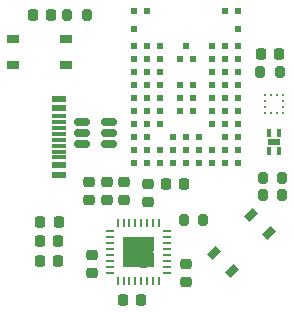
<source format=gtp>
G04 #@! TF.GenerationSoftware,KiCad,Pcbnew,8.0.6*
G04 #@! TF.CreationDate,2025-07-21T23:48:44+02:00*
G04 #@! TF.ProjectId,nRF5340,6e524635-3334-4302-9e6b-696361645f70,rev?*
G04 #@! TF.SameCoordinates,Original*
G04 #@! TF.FileFunction,Paste,Top*
G04 #@! TF.FilePolarity,Positive*
%FSLAX46Y46*%
G04 Gerber Fmt 4.6, Leading zero omitted, Abs format (unit mm)*
G04 Created by KiCad (PCBNEW 8.0.6) date 2025-07-21 23:48:44*
%MOMM*%
%LPD*%
G01*
G04 APERTURE LIST*
G04 Aperture macros list*
%AMRoundRect*
0 Rectangle with rounded corners*
0 $1 Rounding radius*
0 $2 $3 $4 $5 $6 $7 $8 $9 X,Y pos of 4 corners*
0 Add a 4 corners polygon primitive as box body*
4,1,4,$2,$3,$4,$5,$6,$7,$8,$9,$2,$3,0*
0 Add four circle primitives for the rounded corners*
1,1,$1+$1,$2,$3*
1,1,$1+$1,$4,$5*
1,1,$1+$1,$6,$7*
1,1,$1+$1,$8,$9*
0 Add four rect primitives between the rounded corners*
20,1,$1+$1,$2,$3,$4,$5,0*
20,1,$1+$1,$4,$5,$6,$7,0*
20,1,$1+$1,$6,$7,$8,$9,0*
20,1,$1+$1,$8,$9,$2,$3,0*%
%AMRotRect*
0 Rectangle, with rotation*
0 The origin of the aperture is its center*
0 $1 length*
0 $2 width*
0 $3 Rotation angle, in degrees counterclockwise*
0 Add horizontal line*
21,1,$1,$2,0,0,$3*%
G04 Aperture macros list end*
%ADD10C,0.000000*%
%ADD11RoundRect,0.200000X-0.200000X-0.275000X0.200000X-0.275000X0.200000X0.275000X-0.200000X0.275000X0*%
%ADD12R,0.254000X0.279400*%
%ADD13R,0.279400X0.254000*%
%ADD14RoundRect,0.225000X0.250000X-0.225000X0.250000X0.225000X-0.250000X0.225000X-0.250000X-0.225000X0*%
%ADD15RoundRect,0.225000X-0.225000X-0.250000X0.225000X-0.250000X0.225000X0.250000X-0.225000X0.250000X0*%
%ADD16RoundRect,0.218750X0.218750X0.256250X-0.218750X0.256250X-0.218750X-0.256250X0.218750X-0.256250X0*%
%ADD17R,0.990600X0.711200*%
%ADD18RoundRect,0.200000X0.200000X0.275000X-0.200000X0.275000X-0.200000X-0.275000X0.200000X-0.275000X0*%
%ADD19R,0.600000X0.600000*%
%ADD20RoundRect,0.150000X-0.512500X-0.150000X0.512500X-0.150000X0.512500X0.150000X-0.512500X0.150000X0*%
%ADD21RoundRect,0.225000X-0.250000X0.225000X-0.250000X-0.225000X0.250000X-0.225000X0.250000X0.225000X0*%
%ADD22RotRect,0.990600X0.711200X225.000000*%
%ADD23R,0.254000X0.762000*%
%ADD24R,0.762000X0.254000*%
%ADD25R,2.606800X2.606800*%
%ADD26R,1.150000X0.600000*%
%ADD27R,1.150000X0.300000*%
%ADD28R,0.304800X0.711200*%
%ADD29R,1.092200X0.508000*%
%ADD30RoundRect,0.218750X-0.218750X-0.256250X0.218750X-0.256250X0.218750X0.256250X-0.218750X0.256250X0*%
%ADD31RoundRect,0.225000X0.225000X0.250000X-0.225000X0.250000X-0.225000X-0.250000X0.225000X-0.250000X0*%
G04 APERTURE END LIST*
D10*
G36*
X149790000Y-134874301D02*
G01*
X148596600Y-134877701D01*
X148590000Y-133684301D01*
X149800000Y-133674299D01*
X149790000Y-134874301D01*
G37*
G36*
X149800002Y-133474301D02*
G01*
X148600000Y-133474301D01*
X148596600Y-132270901D01*
X149800000Y-132270901D01*
X149800002Y-133474301D01*
G37*
G36*
X151203400Y-132270901D02*
G01*
X151200000Y-133474300D01*
X150000000Y-133474303D01*
X150000000Y-132264301D01*
X151203400Y-132270901D01*
G37*
G36*
X151200000Y-133684301D02*
G01*
X151203400Y-134877701D01*
X150000001Y-134884301D01*
X149999998Y-133674301D01*
X151200000Y-133684301D01*
G37*
D11*
X160425000Y-128725000D03*
X162075000Y-128725000D03*
D12*
X160649999Y-121762000D03*
X161150001Y-121762000D03*
X161650000Y-121762001D03*
X162150000Y-121762000D03*
D13*
X162162000Y-121249999D03*
X162162001Y-120750000D03*
D12*
X162150001Y-120238000D03*
X161649999Y-120238000D03*
X161150000Y-120237999D03*
X160650000Y-120238000D03*
D13*
X160638000Y-120750001D03*
X160637999Y-121250000D03*
D14*
X146000000Y-135375001D03*
X146000000Y-133824999D03*
D15*
X152224999Y-127825000D03*
X153775001Y-127825000D03*
D16*
X143162502Y-131000001D03*
X141587498Y-130999999D03*
D17*
X143775001Y-117724999D03*
X139274998Y-117724999D03*
X143775002Y-115575001D03*
X139274999Y-115575001D03*
D18*
X145550000Y-113525000D03*
X143900000Y-113525000D03*
D14*
X148725000Y-129150000D03*
X148725000Y-127600000D03*
D19*
X158349999Y-126049999D03*
X157250001Y-126050000D03*
X156150000Y-126049999D03*
X155050000Y-126050000D03*
X153949999Y-126050001D03*
X152850000Y-126050000D03*
X151749999Y-126050001D03*
X150650000Y-126050001D03*
X149549999Y-126050000D03*
X158350000Y-124950000D03*
X157250000Y-124950001D03*
X156150000Y-124950000D03*
X155050000Y-124950001D03*
X153950000Y-124950000D03*
X152849999Y-124950001D03*
X151750000Y-124950000D03*
X150650000Y-124949999D03*
X149550000Y-124950000D03*
X158349999Y-123850000D03*
X157250002Y-123850000D03*
X155050000Y-123850000D03*
X153949999Y-123850001D03*
X152850000Y-123850000D03*
X150650000Y-123850002D03*
X149549999Y-123850000D03*
X158350000Y-122750000D03*
X157250000Y-122750000D03*
X156150000Y-122750000D03*
X151750000Y-122750000D03*
X150650001Y-122750000D03*
X149550000Y-122750000D03*
X158350001Y-121650001D03*
X157250000Y-121650000D03*
X156150000Y-121650001D03*
X154500000Y-121650000D03*
X153400000Y-121650000D03*
X151750000Y-121650000D03*
X150650000Y-121650000D03*
X149549999Y-121650000D03*
X158350000Y-120550000D03*
X157250001Y-120550001D03*
X156150000Y-120550000D03*
X154499999Y-120550001D03*
X153400001Y-120549999D03*
X151750000Y-120550000D03*
X150649999Y-120549999D03*
X149550000Y-120550000D03*
X158350001Y-119450000D03*
X157250000Y-119450000D03*
X156150000Y-119450000D03*
X154500000Y-119450000D03*
X153400000Y-119450000D03*
X151750000Y-119449999D03*
X150650000Y-119450000D03*
X149549999Y-119449999D03*
X158350000Y-118350000D03*
X157249999Y-118350000D03*
X156150000Y-118350000D03*
X151750000Y-118350000D03*
X150650000Y-118350000D03*
X149550000Y-118350000D03*
X158350001Y-117250000D03*
X157250000Y-117249998D03*
X156150000Y-117250000D03*
X154500000Y-117250000D03*
X153400000Y-117250000D03*
X151750000Y-117250001D03*
X150649998Y-117250000D03*
X149550001Y-117250000D03*
X158350000Y-116150000D03*
X157250000Y-116150001D03*
X156150000Y-116150000D03*
X153950000Y-116150000D03*
X151750000Y-116150000D03*
X150650000Y-116149999D03*
X149550000Y-116150000D03*
X158350000Y-114650000D03*
X149549999Y-114650000D03*
X158350000Y-113150000D03*
X157250000Y-113150000D03*
X150650000Y-113150000D03*
X149550000Y-113150000D03*
D14*
X147250000Y-129150000D03*
X147250000Y-127600000D03*
D20*
X145137500Y-122525000D03*
X145137500Y-123475000D03*
X145137500Y-124425000D03*
X147412500Y-124425000D03*
X147412500Y-123475000D03*
X147412500Y-122525000D03*
D18*
X161875000Y-118350000D03*
X160225000Y-118350000D03*
D21*
X153925000Y-134575000D03*
X153925000Y-136125000D03*
D16*
X150137502Y-137625001D03*
X148562498Y-137624999D03*
D22*
X160974540Y-131969148D03*
X157792557Y-135151131D03*
X159454261Y-130448869D03*
X156272278Y-133630852D03*
D16*
X143137503Y-134288201D03*
X141562499Y-134288199D03*
D14*
X150750000Y-129325000D03*
X150750000Y-127775000D03*
D23*
X148150001Y-136000001D03*
X148650000Y-136000002D03*
X149149999Y-136000000D03*
X149650000Y-136000002D03*
X150150001Y-136000001D03*
X150650001Y-136000001D03*
X151150000Y-136000000D03*
X151649999Y-136000001D03*
D24*
X152325700Y-135324300D03*
X152325701Y-134824301D03*
X152325699Y-134324302D03*
X152325701Y-133824301D03*
X152325700Y-133324300D03*
X152325700Y-132824300D03*
X152325699Y-132324301D03*
X152325700Y-131824302D03*
D23*
X151649999Y-131148601D03*
X151150000Y-131148600D03*
X150650001Y-131148602D03*
X150150000Y-131148600D03*
X149649999Y-131148601D03*
X149149999Y-131148601D03*
X148650000Y-131148602D03*
X148150001Y-131148601D03*
D24*
X147474300Y-131824302D03*
X147474299Y-132324301D03*
X147474301Y-132824300D03*
X147474299Y-133324301D03*
X147474300Y-133824302D03*
X147474300Y-134324302D03*
X147474301Y-134824301D03*
X147474300Y-135324300D03*
D25*
X149900000Y-133574301D03*
D14*
X145750000Y-129150000D03*
X145750000Y-127600000D03*
D16*
X143137502Y-132625001D03*
X141562498Y-132624999D03*
D26*
X143187498Y-120615746D03*
X143187498Y-121415750D03*
D27*
X143187497Y-122565751D03*
X143187502Y-123565747D03*
X143187501Y-124065745D03*
X143187500Y-125065751D03*
D26*
X143187498Y-126215750D03*
X143187501Y-127015753D03*
D27*
X143187498Y-125565750D03*
X143187496Y-124565752D03*
X143187497Y-123065750D03*
X143187498Y-122065750D03*
D28*
X161775000Y-123499999D03*
X160974900Y-123499997D03*
X160974902Y-124998601D03*
X161775002Y-124998603D03*
D29*
X161374951Y-124249300D03*
D30*
X160262499Y-116825000D03*
X161837501Y-116825000D03*
D11*
X153725000Y-130900000D03*
X155375000Y-130900000D03*
X160425000Y-127275000D03*
X162075000Y-127275000D03*
D31*
X142525000Y-113525000D03*
X140975000Y-113525000D03*
M02*

</source>
